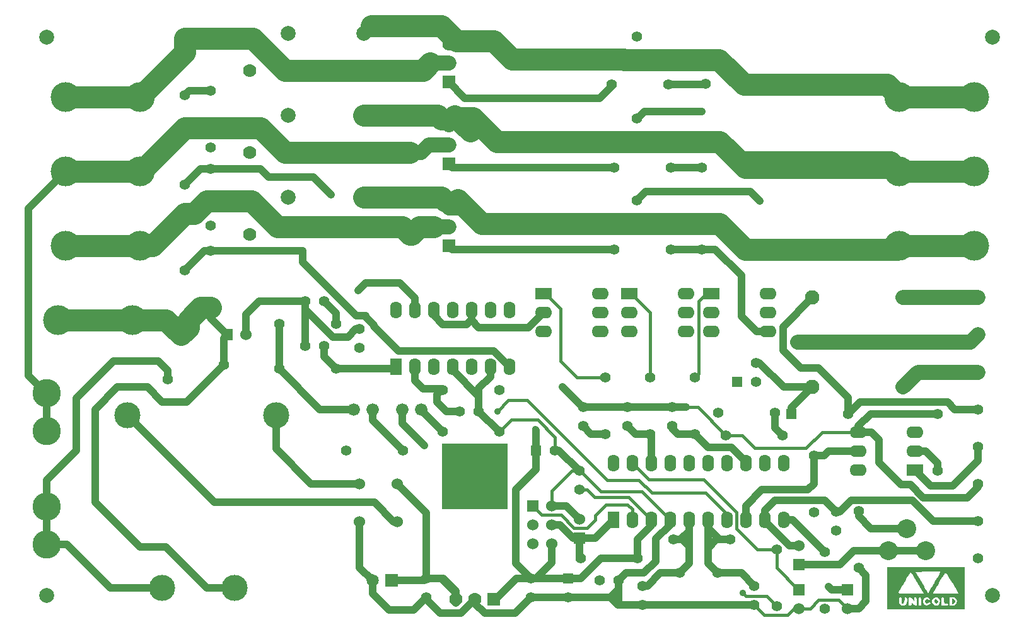
<source format=gbl>
G04 (created by PCBNEW (2013-mar-13)-testing) date mar 05 nov 2013 08:38:10 ART*
%MOIN*%
G04 Gerber Fmt 3.4, Leading zero omitted, Abs format*
%FSLAX34Y34*%
G01*
G70*
G90*
G04 APERTURE LIST*
%ADD10C,0.003937*%
%ADD11C,0.000100*%
%ADD12R,0.055000X0.055000*%
%ADD13C,0.055000*%
%ADD14R,0.070000X0.070000*%
%ADD15C,0.070000*%
%ADD16C,0.078740*%
%ADD17R,0.065000X0.065000*%
%ADD18C,0.065000*%
%ADD19R,0.060000X0.060000*%
%ADD20C,0.060000*%
%ADD21C,0.066000*%
%ADD22C,0.150000*%
%ADD23R,0.090000X0.062000*%
%ADD24O,0.090000X0.062000*%
%ADD25R,0.062000X0.090000*%
%ADD26O,0.062000X0.090000*%
%ADD27R,0.350000X0.350000*%
%ADD28C,0.056000*%
%ADD29C,0.100000*%
%ADD30C,0.157480*%
%ADD31C,0.076700*%
%ADD32C,0.137800*%
%ADD33C,0.078700*%
%ADD34C,0.035000*%
%ADD35C,0.015748*%
%ADD36C,0.039370*%
%ADD37C,0.078740*%
%ADD38C,0.118110*%
G04 APERTURE END LIST*
G54D10*
G54D11*
G36*
X81988Y-54676D02*
X81658Y-54676D01*
X81658Y-53843D01*
X81548Y-53650D01*
X81380Y-53357D01*
X81242Y-53121D01*
X81135Y-52940D01*
X81057Y-52813D01*
X81006Y-52736D01*
X80982Y-52710D01*
X80961Y-52737D01*
X80912Y-52811D01*
X80844Y-52921D01*
X80761Y-53057D01*
X80710Y-53142D01*
X80710Y-52688D01*
X80710Y-52687D01*
X80674Y-52684D01*
X80582Y-52681D01*
X80444Y-52681D01*
X80271Y-52681D01*
X80072Y-52683D01*
X80043Y-52683D01*
X79390Y-52693D01*
X79714Y-53250D01*
X79815Y-53423D01*
X79905Y-53574D01*
X79979Y-53694D01*
X80032Y-53775D01*
X80057Y-53808D01*
X80058Y-53809D01*
X80080Y-53781D01*
X80130Y-53705D01*
X80202Y-53589D01*
X80291Y-53441D01*
X80391Y-53270D01*
X80400Y-53255D01*
X80500Y-53082D01*
X80585Y-52930D01*
X80652Y-52808D01*
X80695Y-52724D01*
X80710Y-52688D01*
X80710Y-53142D01*
X80671Y-53208D01*
X80579Y-53363D01*
X80492Y-53512D01*
X80417Y-53643D01*
X80360Y-53746D01*
X80327Y-53810D01*
X80321Y-53825D01*
X80353Y-53830D01*
X80441Y-53835D01*
X80576Y-53839D01*
X80748Y-53841D01*
X80947Y-53842D01*
X80989Y-53843D01*
X81658Y-53843D01*
X81658Y-54676D01*
X81584Y-54676D01*
X81584Y-54230D01*
X81552Y-54129D01*
X81532Y-54103D01*
X81448Y-54055D01*
X81332Y-54043D01*
X81188Y-54043D01*
X81188Y-54259D01*
X81188Y-54476D01*
X81327Y-54476D01*
X81442Y-54461D01*
X81524Y-54422D01*
X81527Y-54421D01*
X81575Y-54337D01*
X81584Y-54230D01*
X81584Y-54676D01*
X81121Y-54676D01*
X81121Y-54428D01*
X81090Y-54389D01*
X81013Y-54370D01*
X80947Y-54359D01*
X80913Y-54331D01*
X80899Y-54266D01*
X80894Y-54201D01*
X80883Y-54103D01*
X80862Y-54055D01*
X80822Y-54043D01*
X80819Y-54043D01*
X80784Y-54050D01*
X80764Y-54081D01*
X80756Y-54152D01*
X80754Y-54259D01*
X80754Y-54476D01*
X80938Y-54476D01*
X81050Y-54471D01*
X81107Y-54454D01*
X81121Y-54428D01*
X81121Y-54676D01*
X80686Y-54676D01*
X80686Y-54233D01*
X80662Y-54133D01*
X80635Y-54095D01*
X80550Y-54050D01*
X80449Y-54050D01*
X80352Y-54087D01*
X80280Y-54154D01*
X80254Y-54238D01*
X80274Y-54307D01*
X80322Y-54386D01*
X80323Y-54388D01*
X80414Y-54459D01*
X80520Y-54473D01*
X80620Y-54427D01*
X80627Y-54421D01*
X80674Y-54339D01*
X80686Y-54233D01*
X80686Y-54676D01*
X80188Y-54676D01*
X80188Y-54337D01*
X80162Y-54313D01*
X80104Y-54313D01*
X80044Y-54336D01*
X80027Y-54349D01*
X79977Y-54366D01*
X79929Y-54335D01*
X79900Y-54275D01*
X79903Y-54213D01*
X79942Y-54163D01*
X80000Y-54142D01*
X80049Y-54157D01*
X80060Y-54175D01*
X80092Y-54189D01*
X80119Y-54177D01*
X80149Y-54144D01*
X80126Y-54099D01*
X80123Y-54095D01*
X80048Y-54051D01*
X79951Y-54049D01*
X79861Y-54088D01*
X79838Y-54108D01*
X79816Y-54148D01*
X79816Y-53843D01*
X79482Y-53268D01*
X79380Y-53092D01*
X79290Y-52937D01*
X79217Y-52812D01*
X79166Y-52726D01*
X79142Y-52687D01*
X79141Y-52686D01*
X79123Y-52710D01*
X79079Y-52782D01*
X79014Y-52890D01*
X78934Y-53024D01*
X78847Y-53174D01*
X78758Y-53327D01*
X78673Y-53475D01*
X78599Y-53605D01*
X78542Y-53708D01*
X78508Y-53772D01*
X78503Y-53784D01*
X78499Y-53804D01*
X78511Y-53819D01*
X78547Y-53829D01*
X78615Y-53836D01*
X78724Y-53840D01*
X78881Y-53842D01*
X79094Y-53842D01*
X79148Y-53843D01*
X79816Y-53843D01*
X79816Y-54148D01*
X79786Y-54204D01*
X79785Y-54300D01*
X79824Y-54386D01*
X79893Y-54448D01*
X79981Y-54476D01*
X80075Y-54456D01*
X80127Y-54421D01*
X80174Y-54368D01*
X80188Y-54337D01*
X80188Y-54676D01*
X79938Y-54676D01*
X79688Y-54676D01*
X79688Y-54259D01*
X79685Y-54142D01*
X79676Y-54077D01*
X79655Y-54048D01*
X79621Y-54043D01*
X79585Y-54049D01*
X79565Y-54079D01*
X79556Y-54147D01*
X79554Y-54259D01*
X79556Y-54376D01*
X79565Y-54442D01*
X79586Y-54470D01*
X79621Y-54476D01*
X79657Y-54469D01*
X79677Y-54439D01*
X79686Y-54371D01*
X79688Y-54259D01*
X79688Y-54676D01*
X79454Y-54676D01*
X79454Y-54259D01*
X79452Y-54142D01*
X79443Y-54077D01*
X79422Y-54048D01*
X79388Y-54043D01*
X79340Y-54057D01*
X79322Y-54112D01*
X79320Y-54151D01*
X79320Y-54259D01*
X79250Y-54151D01*
X79172Y-54065D01*
X79101Y-54043D01*
X79058Y-54047D01*
X79034Y-54069D01*
X79023Y-54126D01*
X79021Y-54230D01*
X79021Y-54259D01*
X79022Y-54376D01*
X79031Y-54441D01*
X79051Y-54469D01*
X79091Y-54476D01*
X79104Y-54476D01*
X79166Y-54463D01*
X79187Y-54413D01*
X79189Y-54384D01*
X79190Y-54293D01*
X79258Y-54384D01*
X79322Y-54447D01*
X79386Y-54476D01*
X79390Y-54476D01*
X79425Y-54468D01*
X79444Y-54436D01*
X79453Y-54364D01*
X79454Y-54259D01*
X79454Y-54676D01*
X78954Y-54676D01*
X78954Y-54234D01*
X78954Y-54204D01*
X78950Y-54106D01*
X78935Y-54058D01*
X78900Y-54043D01*
X78888Y-54043D01*
X78843Y-54055D01*
X78824Y-54103D01*
X78820Y-54168D01*
X78807Y-54291D01*
X78770Y-54359D01*
X78711Y-54366D01*
X78708Y-54365D01*
X78671Y-54325D01*
X78655Y-54236D01*
X78654Y-54194D01*
X78650Y-54099D01*
X78632Y-54055D01*
X78593Y-54043D01*
X78588Y-54043D01*
X78547Y-54051D01*
X78527Y-54089D01*
X78521Y-54172D01*
X78521Y-54207D01*
X78534Y-54339D01*
X78570Y-54420D01*
X78573Y-54423D01*
X78657Y-54466D01*
X78764Y-54472D01*
X78864Y-54442D01*
X78893Y-54421D01*
X78937Y-54350D01*
X78954Y-54234D01*
X78954Y-54676D01*
X77888Y-54676D01*
X77888Y-53559D01*
X77888Y-52443D01*
X79938Y-52443D01*
X81988Y-52443D01*
X81988Y-53559D01*
X81988Y-54676D01*
X81988Y-54676D01*
X81988Y-54676D01*
G37*
G36*
X80579Y-54264D02*
X80568Y-54299D01*
X80510Y-54360D01*
X80451Y-54355D01*
X80428Y-54336D01*
X80392Y-54267D01*
X80398Y-54196D01*
X80440Y-54154D01*
X80506Y-54156D01*
X80559Y-54201D01*
X80579Y-54264D01*
X80579Y-54264D01*
X80579Y-54264D01*
G37*
G36*
X81479Y-54285D02*
X81435Y-54357D01*
X81375Y-54403D01*
X81339Y-54391D01*
X81323Y-54320D01*
X81321Y-54259D01*
X81324Y-54161D01*
X81338Y-54119D01*
X81375Y-54120D01*
X81423Y-54144D01*
X81478Y-54204D01*
X81479Y-54285D01*
X81479Y-54285D01*
X81479Y-54285D01*
G37*
G54D12*
X59342Y-46259D03*
G54D13*
X60342Y-46259D03*
X82677Y-48031D03*
X82677Y-50000D03*
X82677Y-51968D03*
X82677Y-44094D03*
X82677Y-46062D03*
X82677Y-38188D03*
X82677Y-40157D03*
X82677Y-42125D03*
G54D14*
X54724Y-35448D03*
G54D15*
X54724Y-33448D03*
X54724Y-34448D03*
G54D14*
X54724Y-31118D03*
G54D15*
X54724Y-29118D03*
X54724Y-30118D03*
G54D14*
X54724Y-26787D03*
G54D15*
X54724Y-24787D03*
X54724Y-25787D03*
G54D16*
X33464Y-53937D03*
X83464Y-53937D03*
X83464Y-24409D03*
X33464Y-24409D03*
G54D13*
X50000Y-40854D03*
X50000Y-39854D03*
X55307Y-44192D03*
X56307Y-44192D03*
X48137Y-40748D03*
X47137Y-40748D03*
X48137Y-38385D03*
X47137Y-38385D03*
X61614Y-48334D03*
X61614Y-47334D03*
X75196Y-49500D03*
X75196Y-50500D03*
X62688Y-53149D03*
X63688Y-53149D03*
X70866Y-53437D03*
X70866Y-54437D03*
G54D17*
X51681Y-53149D03*
G54D18*
X50681Y-53149D03*
G54D13*
X53543Y-53043D03*
X53543Y-54043D03*
X64960Y-53437D03*
X64960Y-54437D03*
X59055Y-53043D03*
X59055Y-54043D03*
X66535Y-44988D03*
X66535Y-43988D03*
X64173Y-44988D03*
X64173Y-43988D03*
G54D19*
X59145Y-49196D03*
G54D20*
X60145Y-49196D03*
X59145Y-50196D03*
X60145Y-50196D03*
X59145Y-51196D03*
X60145Y-51196D03*
G54D12*
X72830Y-44330D03*
G54D13*
X75830Y-44330D03*
G54D21*
X52255Y-44094D03*
X53255Y-44094D03*
X49696Y-44094D03*
X50696Y-44094D03*
G54D22*
X33464Y-43244D03*
X33464Y-45244D03*
X33464Y-49244D03*
X33464Y-51244D03*
G54D23*
X79374Y-47299D03*
G54D24*
X79374Y-46299D03*
X79374Y-45299D03*
X76374Y-45299D03*
X76374Y-46299D03*
X76374Y-47299D03*
G54D19*
X43003Y-40157D03*
G54D20*
X44003Y-40157D03*
G54D19*
X73228Y-52311D03*
G54D20*
X73228Y-51311D03*
G54D19*
X73228Y-53633D03*
G54D20*
X73228Y-54633D03*
G54D19*
X61614Y-50893D03*
G54D20*
X61614Y-49893D03*
G54D12*
X69972Y-42625D03*
G54D13*
X70972Y-42625D03*
X70972Y-41625D03*
X71972Y-44291D03*
X68972Y-44291D03*
X57405Y-43070D03*
X54405Y-43070D03*
X45744Y-41929D03*
X48744Y-41929D03*
X72366Y-45472D03*
X69366Y-45472D03*
X45744Y-39566D03*
X48744Y-39566D03*
X40748Y-33736D03*
X40748Y-36736D03*
X42125Y-35704D03*
X42125Y-38704D03*
X40748Y-29208D03*
X40748Y-32208D03*
X42125Y-31374D03*
X42125Y-34374D03*
X40748Y-24484D03*
X40748Y-27484D03*
X42125Y-27240D03*
X42125Y-30240D03*
X76377Y-52484D03*
X76377Y-49484D03*
X72047Y-54492D03*
X72047Y-51492D03*
X57405Y-45275D03*
X54405Y-45275D03*
X64688Y-51968D03*
X61688Y-51968D03*
X49287Y-46259D03*
X52287Y-46259D03*
X69610Y-50984D03*
X66610Y-50984D03*
X80551Y-47326D03*
X80551Y-44326D03*
X74606Y-51649D03*
X74606Y-54649D03*
X74015Y-46531D03*
X74015Y-49531D03*
X67716Y-42397D03*
X67716Y-45397D03*
X65354Y-42397D03*
X65354Y-45397D03*
X62992Y-42397D03*
X62992Y-45397D03*
X63460Y-35629D03*
X66460Y-35629D03*
X71086Y-35629D03*
X68086Y-35629D03*
X63460Y-31299D03*
X66460Y-31299D03*
X71086Y-31299D03*
X68086Y-31299D03*
X63318Y-26913D03*
X66318Y-26913D03*
X71283Y-26870D03*
X68283Y-26870D03*
G54D25*
X51921Y-41854D03*
G54D26*
X52921Y-41854D03*
X53921Y-41854D03*
X54921Y-41854D03*
X55921Y-41854D03*
X56921Y-41854D03*
X57921Y-41854D03*
X57921Y-38854D03*
X56921Y-38854D03*
X55921Y-38854D03*
X54921Y-38854D03*
X53921Y-38854D03*
X52921Y-38854D03*
X51921Y-38854D03*
G54D25*
X63413Y-49925D03*
G54D26*
X64413Y-49925D03*
X65413Y-49925D03*
X66413Y-49925D03*
X67413Y-49925D03*
X68413Y-49925D03*
X69413Y-49925D03*
X70413Y-49925D03*
X71413Y-49925D03*
X72413Y-49925D03*
X72413Y-46925D03*
X71413Y-46925D03*
X70413Y-46925D03*
X69413Y-46925D03*
X68413Y-46925D03*
X67413Y-46925D03*
X66413Y-46925D03*
X65413Y-46925D03*
X64413Y-46925D03*
X63413Y-46925D03*
G54D14*
X57102Y-54133D03*
G54D15*
X55102Y-54133D03*
X56102Y-54133D03*
G54D27*
X56102Y-47633D03*
G54D23*
X68578Y-37976D03*
G54D24*
X68578Y-38976D03*
X68578Y-39976D03*
X71578Y-39976D03*
X71578Y-38976D03*
X71578Y-37976D03*
G54D23*
X64248Y-37976D03*
G54D24*
X64248Y-38976D03*
X64248Y-39976D03*
X67248Y-39976D03*
X67248Y-38976D03*
X67248Y-37976D03*
G54D23*
X59720Y-37976D03*
G54D24*
X59720Y-38976D03*
X59720Y-39976D03*
X62720Y-39976D03*
X62720Y-38976D03*
X62720Y-37976D03*
G54D28*
X68913Y-52755D03*
X66913Y-52755D03*
G54D15*
X52657Y-34842D03*
X44192Y-34842D03*
X52657Y-30511D03*
X44192Y-30511D03*
X52657Y-26181D03*
X44192Y-26181D03*
G54D29*
X78937Y-50393D03*
X79921Y-51574D03*
X77952Y-51574D03*
G54D20*
X50000Y-50031D03*
X52000Y-50031D03*
X52000Y-48031D03*
X50000Y-48031D03*
G54D30*
X37992Y-39370D03*
X34055Y-39370D03*
X34448Y-35433D03*
X38385Y-35433D03*
X82480Y-35433D03*
X78543Y-35433D03*
X34448Y-31496D03*
X38385Y-31496D03*
X82480Y-31496D03*
X78543Y-31496D03*
X34448Y-27559D03*
X38385Y-27559D03*
X82480Y-27559D03*
X78543Y-27559D03*
G54D13*
X67617Y-29940D03*
X64665Y-28720D03*
X67617Y-25610D03*
X64665Y-24390D03*
G54D31*
X73937Y-42913D03*
X73937Y-38189D03*
X73149Y-40551D03*
X78739Y-38189D03*
X78739Y-42913D03*
G54D13*
X39862Y-42519D03*
X42814Y-41731D03*
X67617Y-34271D03*
X64665Y-33051D03*
G54D32*
X39566Y-53543D03*
X43385Y-53543D03*
X45590Y-44409D03*
X37716Y-44409D03*
G54D33*
X46228Y-32874D03*
X50228Y-32874D03*
X46228Y-28543D03*
X50228Y-28543D03*
G54D13*
X61811Y-44988D03*
X61811Y-43988D03*
G54D33*
X46228Y-24212D03*
X50228Y-24212D03*
G54D12*
X61023Y-53043D03*
G54D13*
X61023Y-54043D03*
G54D19*
X75787Y-53633D03*
G54D20*
X75787Y-54633D03*
G54D34*
X71578Y-37976D03*
X71161Y-33070D03*
X68110Y-28346D03*
X53425Y-46023D03*
X66413Y-46925D03*
X65354Y-45397D03*
X62992Y-45397D03*
X57283Y-44192D03*
X49921Y-37795D03*
X74803Y-53464D03*
X54724Y-33448D03*
X70271Y-53811D03*
X59291Y-45157D03*
X74015Y-49531D03*
X50000Y-51413D03*
X60728Y-42913D03*
X48503Y-32755D03*
G54D35*
X63551Y-49133D02*
X63035Y-49133D01*
X59637Y-49688D02*
X59145Y-49196D01*
X60649Y-49688D02*
X59637Y-49688D01*
X61342Y-50382D02*
X60649Y-49688D01*
X62027Y-50382D02*
X61342Y-50382D01*
X62460Y-49948D02*
X62027Y-50382D01*
X62460Y-49708D02*
X62460Y-49948D01*
X63035Y-49133D02*
X62460Y-49708D01*
X64413Y-49374D02*
X64413Y-49925D01*
X64173Y-49133D02*
X64413Y-49374D01*
X63551Y-49133D02*
X64173Y-49133D01*
G54D36*
X66610Y-50984D02*
X67047Y-50984D01*
X67047Y-50984D02*
X67413Y-51350D01*
X66610Y-50984D02*
X66968Y-50984D01*
X66968Y-50984D02*
X67413Y-50539D01*
X67413Y-49925D02*
X67413Y-50539D01*
X67413Y-50539D02*
X67413Y-51350D01*
X67413Y-51350D02*
X67413Y-51744D01*
X67413Y-51744D02*
X67413Y-52255D01*
X67413Y-52255D02*
X66913Y-52755D01*
X66913Y-52755D02*
X65905Y-52755D01*
X65905Y-52755D02*
X65224Y-53437D01*
X65224Y-53437D02*
X64960Y-53437D01*
X70413Y-49925D02*
X70413Y-49192D01*
X74015Y-48031D02*
X74015Y-46531D01*
X73700Y-48346D02*
X74015Y-48031D01*
X71259Y-48346D02*
X73700Y-48346D01*
X70413Y-49192D02*
X71259Y-48346D01*
X74015Y-46531D02*
X74570Y-46531D01*
X74570Y-46531D02*
X74803Y-46299D01*
X74803Y-46299D02*
X76374Y-46299D01*
X65138Y-32578D02*
X64665Y-33051D01*
X70669Y-32578D02*
X65138Y-32578D01*
X71161Y-33070D02*
X70669Y-32578D01*
G54D37*
X54724Y-34448D02*
X53937Y-34448D01*
G54D38*
X52755Y-34842D02*
X53149Y-34448D01*
X53149Y-34448D02*
X53937Y-34448D01*
X52755Y-34842D02*
X52657Y-34842D01*
X40748Y-33736D02*
X41263Y-33736D01*
X52263Y-34448D02*
X52657Y-34842D01*
X45669Y-34448D02*
X52263Y-34448D01*
X44291Y-33070D02*
X45669Y-34448D01*
X41929Y-33070D02*
X44291Y-33070D01*
X41263Y-33736D02*
X41929Y-33070D01*
X38385Y-35433D02*
X39051Y-35433D01*
X39051Y-35433D02*
X40748Y-33736D01*
X34448Y-35433D02*
X38385Y-35433D01*
G54D36*
X64665Y-28720D02*
X64684Y-28720D01*
X65059Y-28346D02*
X68110Y-28346D01*
X64684Y-28720D02*
X65059Y-28346D01*
G54D37*
X52657Y-30511D02*
X53267Y-30511D01*
X53267Y-30511D02*
X53661Y-30118D01*
X53661Y-30118D02*
X54724Y-30118D01*
G54D36*
X53661Y-30118D02*
X54724Y-30118D01*
X53267Y-30511D02*
X53661Y-30118D01*
X32480Y-38188D02*
X32480Y-33464D01*
X33401Y-43244D02*
X32480Y-42322D01*
X32480Y-42322D02*
X32480Y-38188D01*
X33464Y-43244D02*
X33401Y-43244D01*
X32480Y-33464D02*
X34448Y-31496D01*
X33464Y-45244D02*
X33464Y-43244D01*
G54D38*
X40748Y-29208D02*
X44759Y-29208D01*
X46062Y-30511D02*
X52657Y-30511D01*
X44759Y-29208D02*
X46062Y-30511D01*
X38385Y-31496D02*
X38460Y-31496D01*
X38460Y-31496D02*
X40748Y-29208D01*
X34448Y-31496D02*
X38385Y-31496D01*
G54D37*
X54724Y-25787D02*
X53740Y-25787D01*
G54D38*
X53346Y-26181D02*
X53740Y-25787D01*
X53346Y-26181D02*
X52657Y-26181D01*
X40748Y-24484D02*
X44366Y-24484D01*
X46062Y-26181D02*
X52657Y-26181D01*
X44366Y-24484D02*
X46062Y-26181D01*
X34448Y-27559D02*
X38385Y-27559D01*
X38385Y-27559D02*
X40748Y-25196D01*
X40748Y-25196D02*
X40748Y-24484D01*
G54D36*
X52255Y-44094D02*
X52255Y-44854D01*
X52255Y-44854D02*
X53425Y-46023D01*
X42125Y-38704D02*
X42125Y-39279D01*
X42125Y-39279D02*
X43003Y-40157D01*
X42814Y-41731D02*
X42814Y-40346D01*
X42814Y-40346D02*
X43003Y-40157D01*
X43385Y-53543D02*
X41929Y-53543D01*
X40845Y-43700D02*
X42814Y-41731D01*
X39566Y-43700D02*
X40845Y-43700D01*
X38779Y-42913D02*
X39566Y-43700D01*
X37204Y-42913D02*
X38779Y-42913D01*
X36023Y-44094D02*
X37204Y-42913D01*
X36023Y-49015D02*
X36023Y-44094D01*
X38385Y-51377D02*
X36023Y-49015D01*
X39763Y-51377D02*
X38385Y-51377D01*
X41929Y-53543D02*
X39763Y-51377D01*
G54D38*
X42125Y-38704D02*
X41610Y-38704D01*
X40944Y-39763D02*
X40551Y-40157D01*
X40944Y-39370D02*
X40944Y-39763D01*
X41610Y-38704D02*
X40944Y-39370D01*
X37992Y-39370D02*
X39763Y-39370D01*
X39763Y-39370D02*
X40551Y-40157D01*
X34055Y-39370D02*
X37992Y-39370D01*
G54D36*
X70413Y-46925D02*
X70413Y-46870D01*
X68421Y-46102D02*
X67716Y-45397D01*
X69645Y-46102D02*
X68421Y-46102D01*
X70413Y-46870D02*
X69645Y-46102D01*
X66535Y-44988D02*
X66535Y-45118D01*
X66814Y-45397D02*
X67716Y-45397D01*
X66535Y-45118D02*
X66814Y-45397D01*
X65354Y-45397D02*
X65413Y-45456D01*
X65413Y-45456D02*
X65413Y-46925D01*
X65354Y-45397D02*
X64582Y-45397D01*
X64582Y-45397D02*
X64173Y-44988D01*
X62992Y-45397D02*
X62220Y-45397D01*
X62220Y-45397D02*
X61811Y-44988D01*
G54D35*
X58858Y-43602D02*
X60531Y-45275D01*
X57874Y-43602D02*
X58858Y-43602D01*
X57283Y-44192D02*
X57874Y-43602D01*
X69413Y-49925D02*
X69413Y-49629D01*
X69413Y-49629D02*
X68307Y-48523D01*
X68307Y-48523D02*
X65452Y-48523D01*
X65452Y-48523D02*
X64763Y-47834D01*
X64763Y-47834D02*
X63090Y-47834D01*
X63090Y-47834D02*
X60531Y-45275D01*
X60531Y-45275D02*
X60088Y-44832D01*
X60088Y-44832D02*
X59842Y-44586D01*
G54D36*
X48137Y-40748D02*
X48137Y-41322D01*
X48137Y-41322D02*
X48744Y-41929D01*
X48744Y-41929D02*
X51846Y-41929D01*
X51846Y-41929D02*
X51921Y-41854D01*
X61614Y-50893D02*
X62444Y-50893D01*
X62444Y-50893D02*
X63413Y-49925D01*
X61614Y-50893D02*
X61614Y-51893D01*
X61614Y-51893D02*
X61688Y-51968D01*
X60145Y-50196D02*
X60590Y-50196D01*
X61287Y-50893D02*
X61614Y-50893D01*
X60590Y-50196D02*
X61287Y-50893D01*
X54405Y-43011D02*
X53366Y-43011D01*
X52921Y-42566D02*
X52921Y-41854D01*
X53366Y-43011D02*
X52921Y-42566D01*
X55307Y-44192D02*
X54586Y-44192D01*
X54094Y-43322D02*
X54405Y-43011D01*
X54094Y-43700D02*
X54094Y-43322D01*
X54586Y-44192D02*
X54094Y-43700D01*
X52921Y-38196D02*
X52921Y-38854D01*
X52125Y-37401D02*
X52921Y-38196D01*
X50314Y-37401D02*
X52125Y-37401D01*
X49921Y-37795D02*
X50314Y-37401D01*
X48744Y-39566D02*
X48744Y-38992D01*
X48744Y-38992D02*
X48137Y-38385D01*
X73937Y-38189D02*
X73924Y-38189D01*
X73924Y-38189D02*
X72381Y-39732D01*
X72381Y-39732D02*
X72381Y-40964D01*
X72381Y-40964D02*
X73326Y-41909D01*
X73326Y-41909D02*
X74251Y-41909D01*
X74251Y-41909D02*
X75830Y-43488D01*
X75830Y-43488D02*
X75830Y-44330D01*
X82677Y-44094D02*
X81476Y-44094D01*
X81476Y-44094D02*
X81082Y-43700D01*
X81082Y-43700D02*
X76460Y-43700D01*
X76460Y-43700D02*
X75830Y-44330D01*
X53543Y-53043D02*
X54421Y-53043D01*
X55102Y-53724D02*
X55102Y-54133D01*
X54421Y-53043D02*
X55102Y-53724D01*
X53543Y-53043D02*
X53543Y-49574D01*
X53543Y-49574D02*
X52000Y-48031D01*
X53543Y-53043D02*
X54322Y-53043D01*
X55102Y-53822D02*
X55102Y-54330D01*
X54322Y-53043D02*
X55102Y-53822D01*
X51681Y-53149D02*
X53437Y-53149D01*
X53437Y-53149D02*
X53543Y-53043D01*
X69610Y-50984D02*
X68858Y-50984D01*
X68858Y-50984D02*
X68413Y-51429D01*
X68413Y-49925D02*
X68413Y-50381D01*
X69015Y-50984D02*
X69610Y-50984D01*
X68413Y-50381D02*
X69015Y-50984D01*
X68913Y-52755D02*
X70185Y-52755D01*
X70185Y-52755D02*
X70866Y-53437D01*
X68413Y-49925D02*
X68413Y-51429D01*
X68413Y-51429D02*
X68413Y-52255D01*
X68413Y-52255D02*
X68913Y-52755D01*
X75787Y-53633D02*
X74972Y-53633D01*
X74972Y-53633D02*
X74803Y-53464D01*
X72413Y-49925D02*
X72881Y-49925D01*
X72881Y-49925D02*
X74606Y-51649D01*
G54D37*
X54724Y-33448D02*
X55653Y-33448D01*
X55653Y-33448D02*
X56476Y-34271D01*
G54D35*
X50228Y-32874D02*
X54149Y-32874D01*
X54149Y-32874D02*
X54724Y-33448D01*
X53330Y-32874D02*
X54149Y-32874D01*
X54149Y-32874D02*
X54724Y-33448D01*
G54D38*
X78543Y-35433D02*
X82480Y-35433D01*
X70866Y-35629D02*
X78346Y-35629D01*
X78346Y-35629D02*
X78543Y-35433D01*
X70397Y-35629D02*
X70866Y-35629D01*
X67617Y-34271D02*
X69039Y-34271D01*
X69039Y-34271D02*
X70397Y-35629D01*
G54D37*
X69039Y-34271D02*
X70397Y-35629D01*
G54D38*
X67617Y-34271D02*
X56476Y-34271D01*
X56476Y-34271D02*
X55196Y-32992D01*
X50228Y-32874D02*
X53330Y-32874D01*
X53330Y-32874D02*
X54330Y-32874D01*
X54330Y-32874D02*
X54527Y-33070D01*
G54D35*
X72066Y-31021D02*
X71364Y-31021D01*
X71364Y-31021D02*
X71086Y-31299D01*
X54724Y-29118D02*
X55606Y-29118D01*
X55846Y-29358D02*
X55846Y-29389D01*
X55606Y-29118D02*
X55846Y-29358D01*
X54724Y-29118D02*
X55224Y-29118D01*
X55681Y-28661D02*
X55681Y-29224D01*
X55224Y-29118D02*
X55681Y-28661D01*
G54D38*
X78543Y-31496D02*
X82480Y-31496D01*
X70120Y-31021D02*
X72066Y-31021D01*
X72066Y-31021D02*
X78068Y-31021D01*
X78068Y-31021D02*
X78543Y-31496D01*
X67617Y-29940D02*
X69039Y-29940D01*
X69039Y-29940D02*
X70120Y-31021D01*
X70120Y-31021D02*
X70397Y-31299D01*
X70397Y-31299D02*
X78346Y-31299D01*
X78346Y-31299D02*
X78543Y-31496D01*
X67342Y-29940D02*
X69039Y-29940D01*
X69039Y-29940D02*
X70397Y-31299D01*
X78346Y-31299D02*
X78543Y-31496D01*
X67617Y-29940D02*
X67342Y-29940D01*
X67342Y-29940D02*
X57263Y-29940D01*
X57263Y-29940D02*
X55984Y-28661D01*
X55984Y-28661D02*
X55118Y-28661D01*
X55118Y-28661D02*
X55846Y-29389D01*
X55846Y-29389D02*
X55681Y-29224D01*
X55681Y-29224D02*
X55039Y-28582D01*
X50228Y-28543D02*
X54133Y-28543D01*
X54133Y-28543D02*
X54330Y-28740D01*
G54D37*
X71283Y-26870D02*
X70964Y-26870D01*
X70964Y-26870D02*
X70921Y-26913D01*
G54D38*
X67617Y-25610D02*
X69007Y-25610D01*
X66291Y-25610D02*
X67617Y-25610D01*
X66291Y-25610D02*
X63995Y-25610D01*
G54D35*
X54448Y-24023D02*
X54448Y-24511D01*
X54448Y-24511D02*
X54724Y-24787D01*
X50228Y-24212D02*
X50322Y-24212D01*
X50511Y-24023D02*
X54448Y-24023D01*
X54448Y-24023D02*
X54535Y-24023D01*
X50322Y-24212D02*
X50511Y-24023D01*
X50228Y-24212D02*
X50622Y-23818D01*
X50622Y-23818D02*
X51448Y-23818D01*
X51539Y-23728D02*
X51539Y-23818D01*
X51448Y-23818D02*
X51539Y-23728D01*
G54D38*
X70311Y-26913D02*
X70921Y-26913D01*
X70921Y-26913D02*
X77897Y-26913D01*
X77897Y-26913D02*
X78543Y-27559D01*
X69007Y-25610D02*
X70311Y-26913D01*
X55118Y-24606D02*
X54535Y-24023D01*
X55118Y-24606D02*
X56102Y-24606D01*
X63995Y-25610D02*
X63976Y-25590D01*
X63976Y-25590D02*
X58070Y-25590D01*
X58070Y-25590D02*
X57086Y-24606D01*
X57086Y-24606D02*
X56102Y-24606D01*
X54535Y-24023D02*
X54330Y-23818D01*
X54330Y-23818D02*
X51539Y-23818D01*
X51539Y-23818D02*
X50622Y-23818D01*
X82480Y-27559D02*
X78543Y-27559D01*
G54D35*
X73228Y-53633D02*
X73192Y-53633D01*
X72047Y-52488D02*
X72047Y-51492D01*
X73192Y-53633D02*
X72047Y-52488D01*
X72047Y-51492D02*
X71019Y-51492D01*
X65283Y-47795D02*
X64413Y-46925D01*
X68188Y-47795D02*
X65283Y-47795D01*
X69921Y-49527D02*
X68188Y-47795D01*
X69921Y-50393D02*
X69921Y-49527D01*
X71019Y-51492D02*
X69921Y-50393D01*
G54D36*
X75196Y-49500D02*
X75381Y-49500D01*
X75381Y-49500D02*
X75984Y-48897D01*
X80314Y-50000D02*
X82677Y-50000D01*
X79212Y-48897D02*
X80314Y-50000D01*
X75984Y-48897D02*
X79212Y-48897D01*
X71413Y-49925D02*
X71413Y-49996D01*
X72728Y-51311D02*
X73228Y-51311D01*
X71413Y-49996D02*
X72728Y-51311D01*
X71413Y-49925D02*
X71413Y-49452D01*
X74594Y-48897D02*
X75196Y-49500D01*
X71968Y-48897D02*
X74594Y-48897D01*
X71413Y-49452D02*
X71968Y-48897D01*
G54D35*
X71515Y-53960D02*
X72047Y-54492D01*
X70421Y-53960D02*
X71515Y-53960D01*
X70271Y-53811D02*
X70421Y-53960D01*
G54D36*
X64688Y-51968D02*
X64688Y-50976D01*
X65413Y-50251D02*
X65413Y-49925D01*
X64688Y-50976D02*
X65413Y-50251D01*
X61023Y-53043D02*
X61677Y-53043D01*
X62751Y-51968D02*
X64688Y-51968D01*
X61677Y-53043D02*
X62751Y-51968D01*
X59342Y-46259D02*
X59342Y-45208D01*
G54D35*
X59291Y-45157D02*
X59342Y-45208D01*
G54D36*
X59342Y-46259D02*
X59342Y-47271D01*
X59342Y-47271D02*
X58267Y-48346D01*
X58267Y-48346D02*
X58267Y-52255D01*
X58267Y-52255D02*
X59055Y-53043D01*
X45744Y-41929D02*
X45744Y-39566D01*
X49696Y-44094D02*
X47909Y-44094D01*
X47909Y-44094D02*
X45744Y-41929D01*
G54D35*
X61614Y-48334D02*
X62035Y-48334D01*
X62035Y-48334D02*
X62440Y-48740D01*
X62440Y-48740D02*
X64228Y-48740D01*
X64228Y-48740D02*
X65413Y-49925D01*
G54D36*
X59055Y-53043D02*
X61023Y-53043D01*
X59055Y-53043D02*
X59318Y-53043D01*
X60145Y-52216D02*
X60145Y-51196D01*
X59318Y-53043D02*
X60145Y-52216D01*
X57102Y-54133D02*
X57204Y-54133D01*
X58295Y-53043D02*
X59055Y-53043D01*
X57204Y-54133D02*
X58295Y-53043D01*
G54D35*
X60342Y-46259D02*
X60342Y-45582D01*
X58027Y-44653D02*
X57405Y-45275D01*
X59413Y-44653D02*
X58027Y-44653D01*
X60342Y-45582D02*
X59413Y-44653D01*
X76374Y-45299D02*
X74444Y-45299D01*
X70224Y-45472D02*
X69366Y-45472D01*
X70885Y-46133D02*
X70224Y-45472D01*
X73610Y-46133D02*
X70885Y-46133D01*
X74444Y-45299D02*
X73610Y-46133D01*
X61614Y-47334D02*
X61232Y-47334D01*
X60145Y-48421D02*
X60145Y-49196D01*
X61232Y-47334D02*
X60145Y-48421D01*
X73228Y-54633D02*
X73814Y-54633D01*
X75342Y-54188D02*
X75787Y-54633D01*
X74259Y-54188D02*
X75342Y-54188D01*
X73814Y-54633D02*
X74259Y-54188D01*
X73228Y-54633D02*
X72968Y-54633D01*
X71389Y-54960D02*
X70866Y-54437D01*
X72641Y-54960D02*
X71389Y-54960D01*
X72968Y-54633D02*
X72641Y-54960D01*
G54D36*
X50000Y-39854D02*
X49795Y-39854D01*
X47137Y-38811D02*
X47137Y-38385D01*
X48598Y-40271D02*
X47137Y-38811D01*
X49377Y-40271D02*
X48598Y-40271D01*
X49795Y-39854D02*
X49377Y-40271D01*
X61803Y-43988D02*
X61811Y-43988D01*
X60728Y-42913D02*
X61803Y-43988D01*
X55921Y-38854D02*
X55921Y-39385D01*
X55921Y-39385D02*
X56299Y-39763D01*
X56299Y-39763D02*
X58933Y-39763D01*
X58933Y-39763D02*
X59720Y-38976D01*
X82677Y-48031D02*
X82677Y-48208D01*
X77051Y-45299D02*
X76374Y-45299D01*
X77460Y-45708D02*
X77051Y-45299D01*
X77460Y-46909D02*
X77460Y-45708D01*
X78641Y-48090D02*
X77460Y-46909D01*
X79114Y-48090D02*
X78641Y-48090D01*
X79783Y-48759D02*
X79114Y-48090D01*
X82125Y-48759D02*
X79783Y-48759D01*
X82677Y-48208D02*
X82125Y-48759D01*
G54D35*
X67244Y-43988D02*
X67885Y-43988D01*
G54D36*
X66535Y-43988D02*
X67244Y-43988D01*
G54D35*
X67885Y-43988D02*
X69366Y-45468D01*
X69366Y-45468D02*
X69366Y-45472D01*
G54D36*
X53921Y-38854D02*
X53921Y-39118D01*
X55921Y-39354D02*
X55921Y-38854D01*
X53921Y-39118D02*
X54409Y-39606D01*
X54409Y-39606D02*
X55669Y-39606D01*
X55669Y-39606D02*
X55921Y-39354D01*
X54921Y-41854D02*
X54921Y-42007D01*
X56307Y-43393D02*
X56307Y-43629D01*
X54921Y-42007D02*
X56307Y-43393D01*
X56307Y-44192D02*
X56307Y-43629D01*
X64173Y-43988D02*
X61811Y-43988D01*
X66535Y-43988D02*
X64173Y-43988D01*
X60342Y-46259D02*
X60539Y-46259D01*
X60539Y-46259D02*
X61614Y-47334D01*
X56921Y-41854D02*
X56921Y-42370D01*
X56921Y-42370D02*
X56307Y-42984D01*
X56307Y-42984D02*
X56307Y-44192D01*
X57405Y-45275D02*
X57389Y-45275D01*
X57389Y-45275D02*
X56307Y-44192D01*
X47137Y-40748D02*
X47137Y-38385D01*
X44003Y-40157D02*
X44003Y-39066D01*
X44685Y-38385D02*
X47137Y-38385D01*
X44003Y-39066D02*
X44685Y-38385D01*
X76374Y-45299D02*
X76374Y-44964D01*
X77011Y-44326D02*
X80551Y-44326D01*
X76374Y-44964D02*
X77011Y-44326D01*
X75787Y-54633D02*
X76389Y-54633D01*
X76389Y-54633D02*
X76771Y-54251D01*
X76771Y-54251D02*
X76771Y-52877D01*
X76771Y-52877D02*
X76377Y-52484D01*
G54D35*
X61614Y-47334D02*
X61665Y-47334D01*
X64913Y-48425D02*
X66413Y-49925D01*
X62755Y-48425D02*
X64913Y-48425D01*
X61665Y-47334D02*
X62755Y-48425D01*
G54D36*
X63688Y-53610D02*
X63688Y-54437D01*
X63688Y-54437D02*
X63649Y-54437D01*
X66413Y-49925D02*
X66413Y-50200D01*
X64082Y-52755D02*
X63688Y-53149D01*
X65039Y-52755D02*
X64082Y-52755D01*
X65669Y-52125D02*
X65039Y-52755D01*
X65669Y-50944D02*
X65669Y-52125D01*
X66413Y-50200D02*
X65669Y-50944D01*
X60145Y-49196D02*
X60917Y-49196D01*
X60917Y-49196D02*
X61614Y-49893D01*
X63688Y-53149D02*
X63688Y-53610D01*
X63688Y-53610D02*
X63255Y-54043D01*
X64960Y-54437D02*
X70866Y-54437D01*
X61023Y-54043D02*
X63255Y-54043D01*
X63649Y-54437D02*
X64960Y-54437D01*
X63255Y-54043D02*
X63649Y-54437D01*
X59055Y-54043D02*
X61023Y-54043D01*
X57874Y-54881D02*
X58216Y-54881D01*
X56102Y-54370D02*
X56614Y-54881D01*
X56614Y-54881D02*
X57874Y-54881D01*
X56102Y-54133D02*
X56102Y-54370D01*
X58216Y-54881D02*
X59055Y-54043D01*
X54271Y-54862D02*
X55374Y-54862D01*
X55374Y-54862D02*
X56102Y-54133D01*
X53543Y-54043D02*
X53543Y-54133D01*
X53543Y-54133D02*
X54271Y-54862D01*
X50681Y-53149D02*
X50681Y-53830D01*
X50681Y-53830D02*
X51574Y-54724D01*
X51574Y-54724D02*
X52862Y-54724D01*
X52862Y-54724D02*
X53543Y-54043D01*
X50000Y-50031D02*
X50000Y-51413D01*
X50000Y-51413D02*
X50000Y-52468D01*
X50000Y-52468D02*
X50681Y-53149D01*
X35039Y-46259D02*
X35039Y-43503D01*
X39862Y-42027D02*
X39862Y-42519D01*
X39370Y-41535D02*
X39862Y-42027D01*
X37007Y-41535D02*
X39370Y-41535D01*
X35039Y-43503D02*
X37007Y-41535D01*
X34448Y-46850D02*
X35039Y-46259D01*
X33464Y-49244D02*
X33464Y-47834D01*
X33464Y-47834D02*
X34448Y-46850D01*
X33464Y-51244D02*
X34511Y-51244D01*
X36811Y-53543D02*
X39566Y-53543D01*
X34511Y-51244D02*
X36811Y-53543D01*
X33464Y-49244D02*
X33464Y-51244D01*
X42125Y-31374D02*
X44759Y-31374D01*
X47559Y-31811D02*
X48503Y-32755D01*
X45196Y-31811D02*
X47559Y-31811D01*
X44759Y-31374D02*
X45196Y-31811D01*
X42125Y-31374D02*
X41582Y-31374D01*
X41582Y-31374D02*
X40748Y-32208D01*
X76377Y-49484D02*
X76377Y-49744D01*
X77027Y-50393D02*
X78937Y-50393D01*
X76377Y-49744D02*
X77027Y-50393D01*
X77952Y-51574D02*
X76141Y-51574D01*
X75405Y-52311D02*
X73228Y-52311D01*
X76141Y-51574D02*
X75405Y-52311D01*
X77952Y-51574D02*
X79921Y-51574D01*
X50696Y-44094D02*
X50696Y-44669D01*
X50696Y-44669D02*
X52287Y-46259D01*
X68086Y-35629D02*
X68799Y-35629D01*
X70980Y-39976D02*
X71578Y-39976D01*
X70177Y-39173D02*
X70980Y-39976D01*
X70177Y-37007D02*
X70177Y-39173D01*
X68799Y-35629D02*
X70177Y-37007D01*
X66460Y-35629D02*
X68086Y-35629D01*
X66460Y-35629D02*
X67397Y-35629D01*
X53255Y-44094D02*
X53255Y-44125D01*
X53255Y-44125D02*
X54405Y-45275D01*
X82677Y-46062D02*
X82677Y-46811D01*
X80204Y-48129D02*
X79374Y-47299D01*
X81358Y-48129D02*
X80204Y-48129D01*
X82677Y-46811D02*
X81358Y-48129D01*
X79374Y-46299D02*
X79921Y-46299D01*
X80551Y-46929D02*
X80551Y-47326D01*
X79921Y-46299D02*
X80551Y-46929D01*
X45590Y-44409D02*
X45590Y-46181D01*
X47440Y-48031D02*
X50000Y-48031D01*
X45590Y-46181D02*
X47440Y-48031D01*
X42125Y-27240D02*
X40992Y-27240D01*
X40992Y-27240D02*
X40748Y-27484D01*
G54D37*
X78739Y-38189D02*
X82676Y-38189D01*
X82676Y-38189D02*
X82677Y-38188D01*
G54D36*
X82676Y-38189D02*
X82677Y-38188D01*
X82677Y-38196D02*
X78747Y-38196D01*
X78747Y-38196D02*
X78739Y-38189D01*
G54D37*
X78739Y-42913D02*
X78740Y-42913D01*
X78740Y-42913D02*
X79527Y-42125D01*
X79527Y-42125D02*
X82677Y-42125D01*
G54D36*
X79527Y-42125D02*
X82677Y-42125D01*
X78740Y-42913D02*
X79527Y-42125D01*
X70972Y-41625D02*
X71129Y-41625D01*
X72417Y-42913D02*
X73937Y-42913D01*
X71129Y-41625D02*
X72417Y-42913D01*
X72830Y-44330D02*
X72830Y-44020D01*
X72830Y-44020D02*
X73937Y-42913D01*
G54D37*
X73149Y-40551D02*
X82283Y-40551D01*
X82283Y-40551D02*
X82677Y-40157D01*
G54D36*
X82283Y-40551D02*
X82677Y-40157D01*
X71972Y-44291D02*
X71972Y-45078D01*
X71972Y-45078D02*
X72366Y-45472D01*
X50314Y-39133D02*
X50314Y-39212D01*
X50314Y-39212D02*
X50748Y-39645D01*
X47007Y-35704D02*
X47007Y-36299D01*
X49842Y-39133D02*
X50314Y-39133D01*
X47007Y-36299D02*
X49842Y-39133D01*
X50748Y-39645D02*
X50748Y-39724D01*
X57090Y-41023D02*
X57921Y-41854D01*
X50748Y-39724D02*
X52047Y-41023D01*
X52047Y-41023D02*
X57090Y-41023D01*
X42125Y-35704D02*
X47007Y-35704D01*
X42125Y-35704D02*
X41779Y-35704D01*
X41779Y-35704D02*
X40748Y-36736D01*
X63460Y-35629D02*
X54905Y-35629D01*
X54905Y-35629D02*
X54724Y-35448D01*
X63318Y-26913D02*
X63318Y-26996D01*
X55574Y-27637D02*
X54724Y-26787D01*
X62677Y-27637D02*
X55574Y-27637D01*
X63318Y-26996D02*
X62677Y-27637D01*
X66318Y-26913D02*
X68240Y-26913D01*
X68240Y-26913D02*
X68283Y-26870D01*
X66318Y-26913D02*
X67311Y-26913D01*
X63460Y-31299D02*
X54905Y-31299D01*
X54905Y-31299D02*
X54724Y-31118D01*
G54D35*
X59720Y-37976D02*
X59826Y-37976D01*
X61492Y-42397D02*
X62992Y-42397D01*
X60629Y-41535D02*
X61492Y-42397D01*
X60629Y-38779D02*
X60629Y-41535D01*
X59826Y-37976D02*
X60629Y-38779D01*
G54D36*
X66460Y-31299D02*
X68086Y-31299D01*
X66460Y-31299D02*
X67397Y-31299D01*
G54D35*
X64248Y-37976D02*
X64354Y-37976D01*
X65354Y-38976D02*
X65354Y-42397D01*
X64354Y-37976D02*
X65354Y-38976D01*
G54D36*
X52000Y-50031D02*
X51803Y-50031D01*
X42322Y-49015D02*
X37716Y-44409D01*
X50787Y-49015D02*
X42322Y-49015D01*
X51803Y-50031D02*
X50787Y-49015D01*
G54D35*
X68578Y-37976D02*
X68322Y-37976D01*
X67913Y-42200D02*
X67716Y-42397D01*
X67913Y-38385D02*
X67913Y-42200D01*
X68322Y-37976D02*
X67913Y-38385D01*
M02*

</source>
